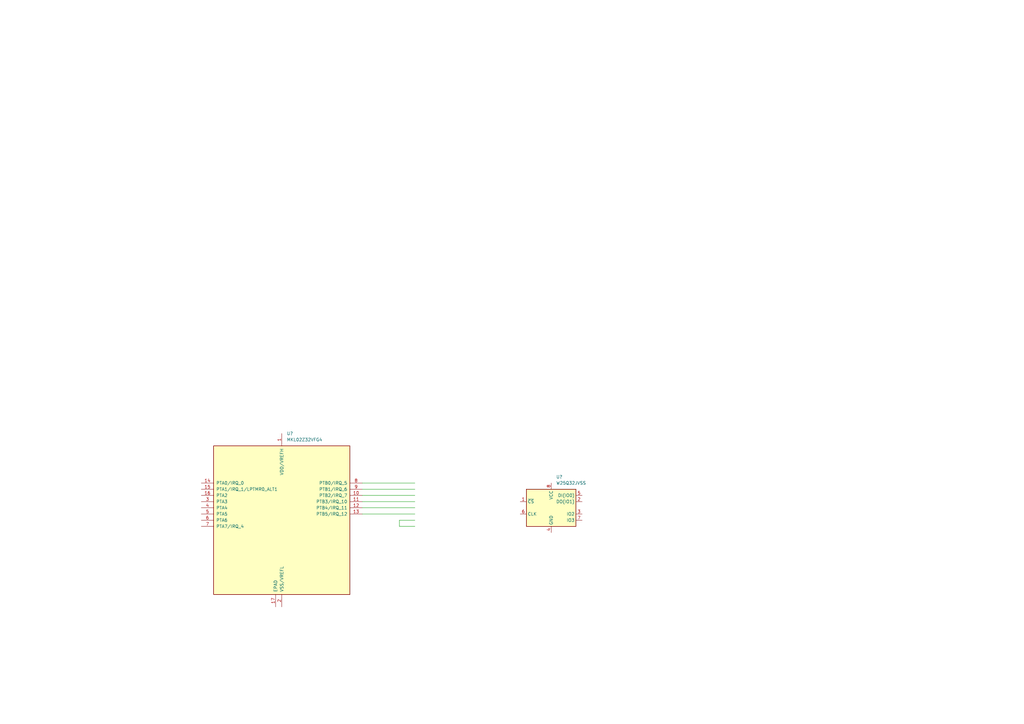
<source format=kicad_sch>
(kicad_sch (version 20211123) (generator eeschema)
  (paper "A3")
  (title_block (title "Digital Input Card") (date "2022-01-20") (rev "1") (company "Gyurmas Electronics"))
  (lib_symbols
    (symbol "MCU_NXP_Kinetis:MKL02Z32VFG4" (pin_names (offset 1.016))
      (property "Reference" "U" (at -27.94 31.115 0))
      (property "Value" "MKL02Z32VFG4" (at 27.94 31.115 0))
      (symbol "MKL02Z32VFG4_0_1"
        (rectangle (start -27.94 30.48) (end 27.94 -30.48) (stroke (width 0.254)) (fill (type background)))
      )
      (symbol "MKL02Z32VFG4_1_1"
        (pin power_in line (at 0 35.56 270) (length 5.08) (name "VDD/VREFH") (number "1"))
        (pin bidirectional line (at 33.02 10.16 180) (length 5.08) (name "PTB2/IRQ_7") (number "10"))
        (pin bidirectional line (at 33.02 7.62 180) (length 5.08) (name "PTB3/IRQ_10") (number "11"))
        (pin bidirectional line (at 33.02 5.08 180) (length 5.08) (name "PTB4/IRQ_11") (number "12"))
        (pin bidirectional line (at 33.02 2.54 180) (length 5.08) (name "PTB5/IRQ_12") (number "13"))
        (pin bidirectional line (at -33.02 15.24 0) (length 5.08) (name "PTA0/IRQ_0") (number "14"))
        (pin bidirectional line (at -33.02 12.7 0) (length 5.08) (name "PTA1/IRQ_1/LPTMR0_ALT1") (number "15"))
        (pin bidirectional line (at -33.02 10.16 0) (length 5.08) (name "PTA2") (number "16"))
        (pin power_in line (at -2.54 -35.56 90) (length 5.08) (name "EPAD") (number "17"))
        (pin power_in line (at 0 -35.56 90) (length 5.08) (name "VSS/VREFL") (number "2"))
        (pin bidirectional line (at -33.02 7.62 0) (length 5.08) (name "PTA3") (number "3"))
        (pin bidirectional line (at -33.02 5.08 0) (length 5.08) (name "PTA4") (number "4"))
        (pin bidirectional line (at -33.02 2.54 0) (length 5.08) (name "PTA5") (number "5"))
        (pin bidirectional line (at -33.02 0 0) (length 5.08) (name "PTA6") (number "6"))
        (pin bidirectional line (at -33.02 -2.54 0) (length 5.08) (name "PTA7/IRQ_4") (number "7"))
        (pin bidirectional line (at 33.02 15.24 180) (length 5.08) (name "PTB0/IRQ_5") (number "8"))
        (pin bidirectional line (at 33.02 12.7 180) (length 5.08) (name "PTB1/IRQ_6") (number "9"))
      )
    )
    (symbol "Memory_Flash:W25Q32JVSS"
      (property "Reference" "U" (at -8.89 8.89 0))
      (property "Value" "W25Q32JVSS" (at 7.62 8.89 0))
      (symbol "W25Q32JVSS_0_1"
        (rectangle (start -10.16 7.62) (end 10.16 -7.62) (stroke (width 0.254)) (fill (type background)))
      )
      (symbol "W25Q32JVSS_1_1"
        (pin input line (at -12.7 2.54 0) (length 2.54) (name "~{CS}") (number "1"))
        (pin bidirectional line (at 12.7 2.54 180) (length 2.54) (name "DO(IO1)") (number "2"))
        (pin bidirectional line (at 12.7 -2.54 180) (length 2.54) (name "IO2") (number "3"))
        (pin power_in line (at 0 -10.16 90) (length 2.54) (name "GND") (number "4"))
        (pin bidirectional line (at 12.7 5.08 180) (length 2.54) (name "DI(IO0)") (number "5"))
        (pin input line (at -12.7 -2.54 0) (length 2.54) (name "CLK") (number "6"))
        (pin bidirectional line (at 12.7 -5.08 180) (length 2.54) (name "IO3") (number "7"))
        (pin power_in line (at 0 10.16 270) (length 2.54) (name "VCC") (number "8"))
      )
    )
  )
  (wire (pts (xy 163.83 213.36) (xy 170.18 213.36)))
  (wire (pts (xy 148.59 198.12) (xy 170.18 198.12)))
  (wire (pts (xy 170.18 215.9) (xy 163.83 215.9)))
  (wire (pts (xy 148.59 205.74) (xy 170.18 205.74)))
  (wire (pts (xy 163.83 215.9) (xy 163.83 213.36)))
  (wire (pts (xy 148.59 210.82) (xy 170.18 210.82)))
  (wire (pts (xy 148.59 200.66) (xy 170.18 200.66)))
  (wire (pts (xy 148.59 203.2) (xy 170.18 203.2)))
  (wire (pts (xy 148.59 208.28) (xy 170.18 208.28)))
  (symbol (lib_id "MCU_NXP_Kinetis:MKL02Z32VFG4") (at 115.57 213.36 0) (unit 1)
    (property "Reference" "U?" (at 117.5894 177.8 0) (effects (justify left)))
    (property "Value" "MKL02Z32VFG4" (at 117.5894 180.34 0) (effects (justify left)))
    (property "Footprint" "Package_DFN_QFN:QFN-16-1EP_3x3mm_P0.5mm_EP1.9x1.9mm" (effects hide))
    (property "Datasheet" "http://www.nxp.com/docs/en/data-sheet/KL02P32M48SF0.pdf" (effects hide))
  )
  (symbol (lib_id "Memory_Flash:W25Q32JVSS") (at 226.06 208.28 0) (unit 1)
    (property "Reference" "U?" (at 228.0794 195.58 0) (effects (justify left)))
    (property "Value" "W25Q32JVSS" (at 228.0794 198.12 0) (effects (justify left)))
    (property "Footprint" "Package_SO:SOIC-8_5.23x5.23mm_P1.27mm" (effects hide))
    (property "Datasheet" "http://www.winbond.com/resource-files/w25q32jv%20revg%2003272018%20plus.pdf" (effects hide))
  )
)
</source>
